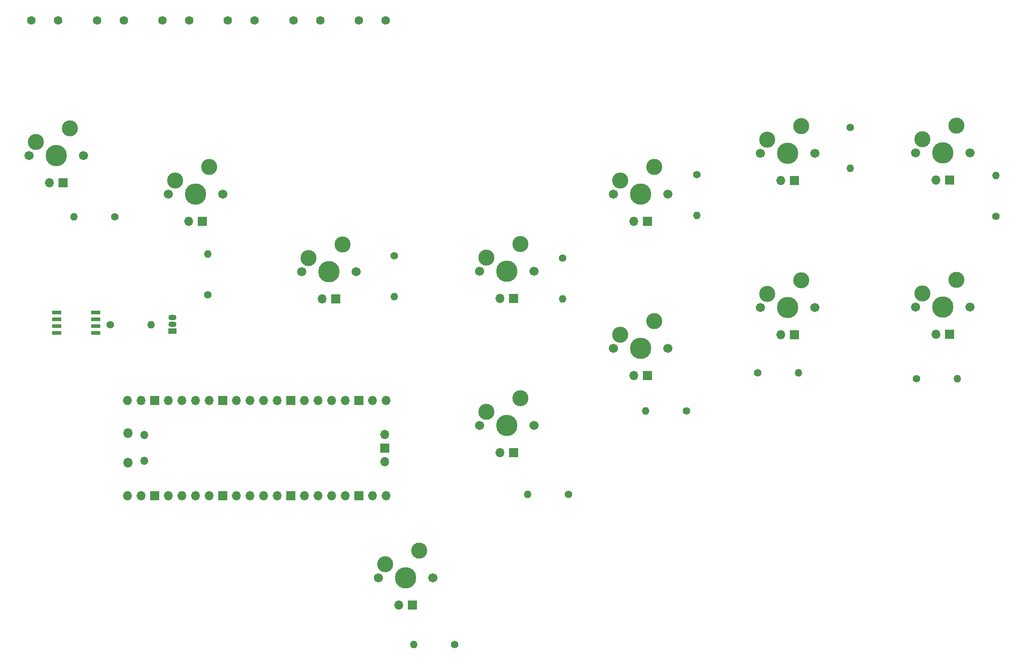
<source format=gbr>
%TF.GenerationSoftware,KiCad,Pcbnew,7.0.5*%
%TF.CreationDate,2023-08-06T18:29:22-05:00*%
%TF.ProjectId,Box,426f782e-6b69-4636-9164-5f7063625858,rev?*%
%TF.SameCoordinates,Original*%
%TF.FileFunction,Soldermask,Top*%
%TF.FilePolarity,Negative*%
%FSLAX46Y46*%
G04 Gerber Fmt 4.6, Leading zero omitted, Abs format (unit mm)*
G04 Created by KiCad (PCBNEW 7.0.5) date 2023-08-06 18:29:22*
%MOMM*%
%LPD*%
G01*
G04 APERTURE LIST*
%ADD10C,1.400000*%
%ADD11O,1.400000X1.400000*%
%ADD12C,1.701800*%
%ADD13C,3.000000*%
%ADD14C,3.987800*%
%ADD15O,1.700000X1.700000*%
%ADD16R,1.700000X1.700000*%
%ADD17R,1.700000X0.650000*%
%ADD18C,1.600000*%
%ADD19R,1.500000X1.050000*%
%ADD20O,1.500000X1.050000*%
%ADD21O,1.800000X1.800000*%
%ADD22O,1.500000X1.500000*%
G04 APERTURE END LIST*
D10*
%TO.C,R7*%
X73160000Y-69900000D03*
D11*
X65540000Y-69900000D03*
%TD*%
D10*
%TO.C,R6*%
X90500000Y-84470000D03*
D11*
X90500000Y-76850000D03*
%TD*%
D10*
%TO.C,R8*%
X125260000Y-77210000D03*
D11*
X125260000Y-84830000D03*
%TD*%
D12*
%TO.C,J5*%
X122350000Y-137310000D03*
D13*
X123620000Y-134770000D03*
D14*
X127430000Y-137310000D03*
D13*
X129970000Y-132230000D03*
D12*
X132510000Y-137310000D03*
D15*
X126160000Y-142390000D03*
D16*
X128700000Y-142390000D03*
%TD*%
D12*
%TO.C,J12*%
X222545000Y-57980000D03*
D13*
X223815000Y-55440000D03*
D14*
X227625000Y-57980000D03*
D13*
X230165000Y-52900000D03*
D12*
X232705000Y-57980000D03*
D15*
X226355000Y-63060000D03*
D16*
X228895000Y-63060000D03*
%TD*%
D12*
%TO.C,J4*%
X222595000Y-86740000D03*
D13*
X223865000Y-84200000D03*
D14*
X227675000Y-86740000D03*
D13*
X230215000Y-81660000D03*
D12*
X232755000Y-86740000D03*
D15*
X226405000Y-91820000D03*
D16*
X228945000Y-91820000D03*
%TD*%
D17*
%TO.C,U2*%
X62250000Y-87815000D03*
X62250000Y-89085000D03*
X62250000Y-90355000D03*
X62250000Y-91625000D03*
X69550000Y-91625000D03*
X69550000Y-90355000D03*
X69550000Y-89085000D03*
X69550000Y-87815000D03*
%TD*%
D12*
%TO.C,J7*%
X57108000Y-58480000D03*
D13*
X58378000Y-55940000D03*
D14*
X62188000Y-58480000D03*
D13*
X64728000Y-53400000D03*
D12*
X67268000Y-58480000D03*
D15*
X60918000Y-63560000D03*
D16*
X63458000Y-63560000D03*
%TD*%
D12*
%TO.C,J10*%
X166170000Y-65710000D03*
D13*
X167440000Y-63170000D03*
D14*
X171250000Y-65710000D03*
D13*
X173790000Y-60630000D03*
D12*
X176330000Y-65710000D03*
D15*
X169980000Y-70790000D03*
D16*
X172520000Y-70790000D03*
%TD*%
D10*
%TO.C,R5*%
X136520000Y-149760000D03*
D11*
X128900000Y-149760000D03*
%TD*%
D10*
%TO.C,R4*%
X222750000Y-100150000D03*
D11*
X230370000Y-100150000D03*
%TD*%
D10*
%TO.C,R12*%
X237560000Y-69850000D03*
D11*
X237560000Y-62230000D03*
%TD*%
D10*
%TO.C,R11*%
X210340000Y-53230000D03*
D11*
X210340000Y-60850000D03*
%TD*%
D12*
%TO.C,J2*%
X166180000Y-94510000D03*
D13*
X167450000Y-91970000D03*
D14*
X171260000Y-94510000D03*
D13*
X173800000Y-89430000D03*
D12*
X176340000Y-94510000D03*
D15*
X169990000Y-99590000D03*
D16*
X172530000Y-99590000D03*
%TD*%
D12*
%TO.C,J1*%
X141190000Y-108890000D03*
D13*
X142460000Y-106350000D03*
D14*
X146270000Y-108890000D03*
D13*
X148810000Y-103810000D03*
D12*
X151350000Y-108890000D03*
D15*
X145000000Y-113970000D03*
D16*
X147540000Y-113970000D03*
%TD*%
D10*
%TO.C,R9*%
X156660000Y-77620000D03*
D11*
X156660000Y-85240000D03*
%TD*%
D10*
%TO.C,R10*%
X181780000Y-62050000D03*
D11*
X181780000Y-69670000D03*
%TD*%
D18*
%TO.C,J17*%
X69800000Y-33230000D03*
X74800000Y-33230000D03*
%TD*%
D12*
%TO.C,J3*%
X193570000Y-86830000D03*
D13*
X194840000Y-84290000D03*
D14*
X198650000Y-86830000D03*
D13*
X201190000Y-81750000D03*
D12*
X203730000Y-86830000D03*
D15*
X197380000Y-91910000D03*
D16*
X199920000Y-91910000D03*
%TD*%
D12*
%TO.C,J11*%
X193570000Y-58040000D03*
D13*
X194840000Y-55500000D03*
D14*
X198650000Y-58040000D03*
D13*
X201190000Y-52960000D03*
D12*
X203730000Y-58040000D03*
D15*
X197380000Y-63120000D03*
D16*
X199920000Y-63120000D03*
%TD*%
D18*
%TO.C,J13*%
X94240000Y-33230000D03*
X99240000Y-33230000D03*
%TD*%
D10*
%TO.C,R2*%
X179800000Y-106130000D03*
D11*
X172180000Y-106130000D03*
%TD*%
D12*
%TO.C,J9*%
X141190000Y-80120000D03*
D13*
X142460000Y-77580000D03*
D14*
X146270000Y-80120000D03*
D13*
X148810000Y-75040000D03*
D12*
X151350000Y-80120000D03*
D15*
X145000000Y-85200000D03*
D16*
X147540000Y-85200000D03*
%TD*%
D10*
%TO.C,R13*%
X72260000Y-90100000D03*
D11*
X79880000Y-90100000D03*
%TD*%
D18*
%TO.C,J16*%
X106460000Y-33230000D03*
X111460000Y-33230000D03*
%TD*%
D19*
%TO.C,Q1*%
X83900000Y-91250000D03*
D20*
X83900000Y-89980000D03*
X83900000Y-88710000D03*
%TD*%
D12*
%TO.C,J6*%
X83120000Y-65690000D03*
D13*
X84390000Y-63150000D03*
D14*
X88200000Y-65690000D03*
D13*
X90740000Y-60610000D03*
D12*
X93280000Y-65690000D03*
D15*
X86930000Y-70770000D03*
D16*
X89470000Y-70770000D03*
%TD*%
D18*
%TO.C,J14*%
X118680000Y-33230000D03*
X123680000Y-33230000D03*
%TD*%
D10*
%TO.C,R3*%
X193110000Y-99020000D03*
D11*
X200730000Y-99020000D03*
%TD*%
D10*
%TO.C,R1*%
X157820000Y-121750000D03*
D11*
X150200000Y-121750000D03*
%TD*%
D18*
%TO.C,J15*%
X82020000Y-33230000D03*
X87020000Y-33230000D03*
%TD*%
%TO.C,J18*%
X57580000Y-33230000D03*
X62580000Y-33230000D03*
%TD*%
D12*
%TO.C,J8*%
X108050000Y-80160000D03*
D13*
X109320000Y-77620000D03*
D14*
X113130000Y-80160000D03*
D13*
X115670000Y-75080000D03*
D12*
X118210000Y-80160000D03*
D15*
X111860000Y-85240000D03*
D16*
X114400000Y-85240000D03*
%TD*%
D21*
%TO.C,U1*%
X75610000Y-110355000D03*
D22*
X78640000Y-110655000D03*
X78640000Y-115505000D03*
D21*
X75610000Y-115805000D03*
D15*
X75480000Y-104190000D03*
X78020000Y-104190000D03*
D16*
X80560000Y-104190000D03*
D15*
X83100000Y-104190000D03*
X85640000Y-104190000D03*
X88180000Y-104190000D03*
X90720000Y-104190000D03*
D16*
X93260000Y-104190000D03*
D15*
X95800000Y-104190000D03*
X98340000Y-104190000D03*
X100880000Y-104190000D03*
X103420000Y-104190000D03*
D16*
X105960000Y-104190000D03*
D15*
X108500000Y-104190000D03*
X111040000Y-104190000D03*
X113580000Y-104190000D03*
X116120000Y-104190000D03*
D16*
X118660000Y-104190000D03*
D15*
X121200000Y-104190000D03*
X123740000Y-104190000D03*
X123740000Y-121970000D03*
X121200000Y-121970000D03*
D16*
X118660000Y-121970000D03*
D15*
X116120000Y-121970000D03*
X113580000Y-121970000D03*
X111040000Y-121970000D03*
X108500000Y-121970000D03*
D16*
X105960000Y-121970000D03*
D15*
X103420000Y-121970000D03*
X100880000Y-121970000D03*
X98340000Y-121970000D03*
X95800000Y-121970000D03*
D16*
X93260000Y-121970000D03*
D15*
X90720000Y-121970000D03*
X88180000Y-121970000D03*
X85640000Y-121970000D03*
X83100000Y-121970000D03*
D16*
X80560000Y-121970000D03*
D15*
X78020000Y-121970000D03*
X75480000Y-121970000D03*
X123510000Y-110540000D03*
D16*
X123510000Y-113080000D03*
D15*
X123510000Y-115620000D03*
%TD*%
M02*

</source>
